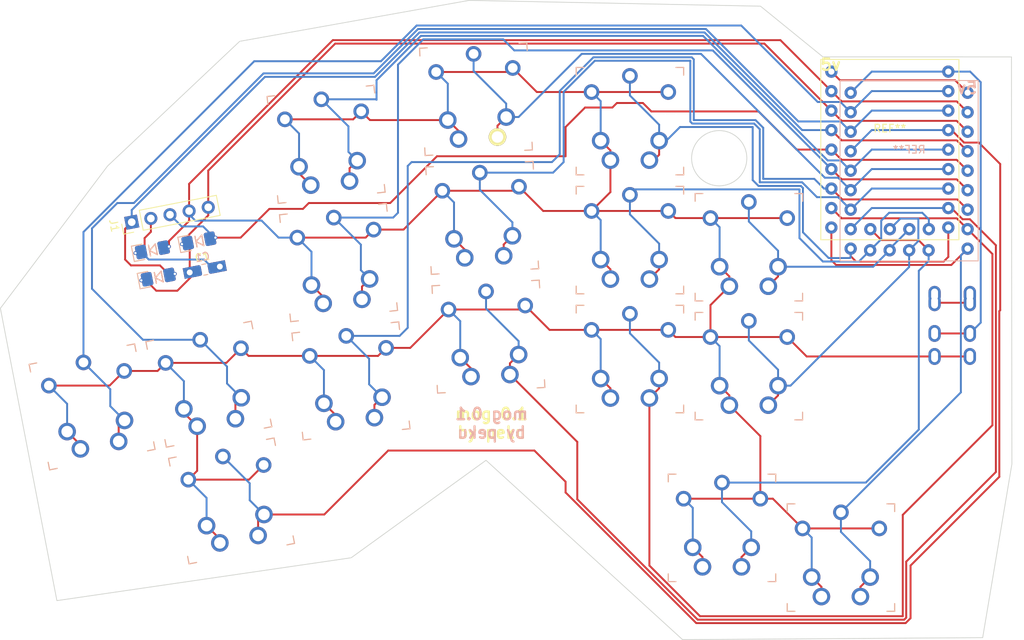
<source format=kicad_pcb>
(kicad_pcb (version 20211014) (generator pcbnew)
  (layers (0 "F.Cu" signal) (31 "B.Cu" signal) (34 "B.Paste" user) (35 "F.Paste" user) (36 "B.SilkS" user "B.Silkscreen") (37 "F.SilkS" user "F.Silkscreen") (38 "B.Mask" user) (39 "F.Mask" user) (44 "Edge.Cuts" user))
  (net 0 "")
  (net 1 "VCC")
  (net 2 "Net-(C1-Pad2)")
  (net 3 "TP_DATA")
  (net 4 "TP_CLK")
  (net 5 "GND")
  (net 6 "SW1")
  (net 7 "SW6")
  (net 8 "SW11")
  (net 9 "SW2")
  (net 10 "SW7")
  (net 11 "SW12")
  (net 12 "SW3")
  (net 13 "SW8")
  (net 14 "SW13")
  (net 15 "SW4")
  (net 16 "SW9")
  (net 17 "SW14")
  (net 18 "SW10")
  (net 19 "SW15")
  (net 20 "SW16")
  (net 21 "3V3")
  (net 22 "SERIAL")
  (net 23 "5V")
  (net 24 "SW5")
  (footprint "foot:C_THT_SMD_0805_HandSolder_Reversable" (layer "F.Cu") (at 95.471093 92.483065 11)
    (fp_text reference "C1")
    (fp_text value "2.2uF")
  )
  (footprint "foot:SW_MX_choc" (layer "F.Cu") (at 178.376 130.027 180)
    (fp_text reference "SW16" hide)
    (fp_text value "Choc")
  )
  (footprint "foot:D_1206_handsolder_reversible" (layer "F.Cu") (at 94.699447 88.751746 11)
    (fp_text reference "R1" hide)
    (fp_text value "4.7kΩ")
  )
  (footprint "foot:SW_MX_choc" (layer "F.Cu") (at 114.5223 106.999356 -174)
    (fp_text reference "SW6" hide)
    (fp_text value "Choc")
  )
  (footprint "foot:SW_MX_choc" (layer "F.Cu") (at 130.813772 70.273694 -177)
    (fp_text reference "SW7" hide)
    (fp_text value "Choc")
  )
  (footprint "foot:SW_MX_choc" (layer "F.Cu") (at 112.902109 91.584267 -174)
    (fp_text reference "SW5" hide)
    (fp_text value "Choc")
  )
  (footprint "foot:SW_MX_choc" (layer "F.Cu") (at 150.876 73.152 180)
    (fp_text reference "SW10" hide)
    (fp_text value "Choc")
  )
  (footprint "TRRS-PJ-320A-dual" (layer "F.Cu") (at 190.582493 107.0165 180)
    (fp_text reference "REF**")
    (fp_text value "TRRS-PJ-320A-dual")
  )
  (footprint "foot:SW_MX_choc" (layer "F.Cu") (at 96.002661 107.429558 -169)
    (fp_text reference "SW2" hide)
    (fp_text value "Choc")
  )
  (footprint "zero point:RP2040-Zero" (layer "F.Cu") (at 175.753 88.604)
    (fp_text reference "REF**")
    (fp_text value "RP2040-Zero")
  )
  (footprint "foot:SW_MX_choc" (layer "F.Cu") (at 98.960201 122.644779 -169)
    (fp_text reference "SW3" hide)
    (fp_text value "Choc")
  )
  (footprint "Connector_PinHeader_2.54mm:PinHeader_1x05_P2.54mm_Vertical" (layer "F.Cu") (at 85.950242 86.312356 101)
    (fp_text reference "J1")
    (fp_text value "TrackPoint")
  )
  (footprint "foot:SW_MX_choc" (layer "F.Cu") (at 150.876 88.652 180)
    (fp_text reference "SW11" hide)
    (fp_text value "Choc")
  )
  (footprint "foot:SW_MX_choc" (layer "F.Cu") (at 150.876 104.152 180)
    (fp_text reference "SW12" hide)
    (fp_text value "Choc")
  )
  (footprint "foot:D_1206_handsolder_reversible" (layer "F.Cu") (at 88.646 89.916 11)
    (fp_text reference "R3" hide)
    (fp_text value "100kΩ")
  )
  (footprint "foot:SW_MX_choc" (layer "F.Cu") (at 132.436186 101.23121 -177)
    (fp_text reference "SW9" hide)
    (fp_text value "Choc")
  )
  (footprint "foot:SW_MX_choc" (layer "F.Cu") (at 111.281918 76.169177 -174)
    (fp_text reference "SW4" hide)
    (fp_text value "Choc")
  )
  (footprint "foot:SW_MX_choc" (layer "F.Cu") (at 80.78744 110.387097 -169)
    (fp_text reference "SW1" hide)
    (fp_text value "Choc")
  )
  (footprint "foot:D_1206_handsolder_reversible" (layer "F.Cu") (at 89.408 93.472 11)
    (fp_text reference "R2" hide)
    (fp_text value "4.7kΩ")
  )
  (footprint "foot:SW_MX_choc" (layer "F.Cu") (at 166.376 105.082 180)
    (fp_text reference "SW14" hide)
    (fp_text value "Choc")
  )
  (footprint "foot:SW_MX_choc" (layer "F.Cu") (at 162.876 126.152 180)
    (fp_text reference "SW15" hide)
    (fp_text value "Choc")
  )
  (footprint "foot:SW_MX_choc" (layer "F.Cu") (at 166.376 89.582 180)
    (fp_text reference "SW13" hide)
    (fp_text value "Choc")
  )
  (footprint "foot:SW_MX_choc" (layer "F.Cu") (at 131.624979 85.752452 -177)
    (fp_text reference "SW8" hide)
    (fp_text value "Choc")
  )
  (footprint "zero point:RP2040-Zero" (layer "B.Cu") (at 196.265493 91.356 180)
    (fp_text reference "REF**")
    (fp_text value "RP2040-Zero")
  )
  (gr_circle (center 162.516 77.978) (end 166.116 77.978) (layer "Edge.Cuts") (width 0.1) (fill none))
  (gr_poly (pts (xy 68.834 97.536) (xy 76.2 135.636) (xy 114.554 130.048) (xy 132.123209 117.348148) (xy 157.734 140.716) (xy 196.85 140.462) (xy 200.655584 117.851942) (xy 200.601289 64.77136) (xy 176.022 64.77) (xy 167.894 58.166) (xy 129.913084 57.410079) (xy 100.021216 62.745136) (xy 82.804 78.994)) (layer "Edge.Cuts") (width 0.1) (fill none))
  (gr_text "mog 0.1\nby peku" (at 132.842 112.522) (layer "B.SilkS") (effects (font (size 1.5 1.5) (thickness 0.3)) (justify mirror)))
  (gr_text "5v" (at 194.818 68.834) (layer "B.SilkS") (effects (font (size 1.5 1.5) (thickness 0.3)) (justify mirror)))
  (gr_text "mog 0.1\nby peku" (at 132.842 112.522) (layer "F.SilkS") (effects (font (size 1.5 1.5) (thickness 0.3))))
  (gr_text "5v" (at 177.038 65.786) (layer "F.SilkS") (effects (font (size 1.5 1.5) (thickness 0.3))))
  (segment (start 95.923574 84.373737) (end 95.923574 79.590426) (width 0.25) (layer "F.Cu") (net 1))
  (segment (start 91.893569 95.25) (end 89.154 95.25) (width 0.25) (layer "F.Cu") (net 1))
  (segment (start 95.923574 84.373737) (end 95.923574 85.432426) (width 0.25) (layer "F.Cu") (net 1))
  (segment (start 94.464925 92.678644) (end 91.893569 95.25) (width 0.25) (layer "F.Cu") (net 1))
  (segment (start 193.470004 73.110511) (end 194.885493 74.526) (width 0.25) (layer "F.Cu") (net 1))
  (segment (start 168.400269 63.041269) (end 177.133 71.774) (width 0.25) (layer "F.Cu") (net 1))
  (segment (start 87.94783 94.04383) (end 87.94783 93.755828) (width 0.25) (layer "F.Cu") (net 1))
  (segment (start 95.923574 85.432426) (end 93.239277 88.116723) (width 0.25) (layer "F.Cu") (net 1))
  (segment (start 93.507839 89.304136) (end 93.239277 89.035574) (width 0.25) (layer "F.Cu") (net 1))
  (segment (start 177.133 71.774) (end 178.469511 73.110511) (width 0.25) (layer "F.Cu") (net 1))
  (segment (start 93.507839 92.864683) (end 93.507839 89.304136) (width 0.25) (layer "F.Cu") (net 1))
  (segment (start 93.239277 88.116723) (end 93.239277 89.035574) (width 0.25) (layer "F.Cu") (net 1))
  (segment (start 112.472731 63.041269) (end 168.400269 63.041269) (width 0.25) (layer "F.Cu") (net 1))
  (segment (start 95.923574 79.590426) (end 112.472731 63.041269) (width 0.25) (layer "F.Cu") (net 1))
  (segment (start 178.469511 73.110511) (end 193.470004 73.110511) (width 0.25) (layer "F.Cu") (net 1))
  (segment (start 89.154 95.25) (end 87.94783 94.04383) (width 0.25) (layer "F.Cu") (net 1))
  (segment (start 87.63 89.755658) (end 87.63 88.392) (width 0.25) (layer "F.Cu") (net 2))
  (segment (start 88.443575 87.578425) (end 88.443575 85.827701) (width 0.25) (layer "F.Cu") (net 2))
  (segment (start 87.18583 90.199828) (end 87.63 89.755658) (width 0.25) (layer "F.Cu") (net 2))
  (segment (start 87.63 88.392) (end 88.443575 87.578425) (width 0.25) (layer "F.Cu") (net 2))
  (segment (start 95.381637 91.186) (end 96.482169 92.286532) (width 0.25) (layer "B.Cu") (net 2))
  (segment (start 87.18583 90.199828) (end 88.172002 91.186) (width 0.25) (layer "B.Cu") (net 2))
  (segment (start 88.172002 91.186) (end 95.381637 91.186) (width 0.25) (layer "B.Cu") (net 2))
  (segment (start 90.86817 93.188172) (end 89.627998 91.948) (width 0.25) (layer "F.Cu") (net 3))
  (segment (start 177.133 74.314) (end 178.469511 75.650511) (width 0.25) (layer "F.Cu") (net 3))
  (segment (start 85.09 87.172598) (end 85.950242 86.312356) (width 0.25) (layer "F.Cu") (net 3))
  (segment (start 85.852 91.948) (end 85.09 91.186) (width 0.25) (layer "F.Cu") (net 3))
  (segment (start 85.09 91.186) (end 85.09 87.172598) (width 0.25) (layer "F.Cu") (net 3))
  (segment (start 89.627998 91.948) (end 85.852 91.948) (width 0.25) (layer "F.Cu") (net 3))
  (segment (start 193.470004 75.650511) (end 194.885493 77.066) (width 0.25) (layer "F.Cu") (net 3))
  (segment (start 178.469511 75.650511) (end 193.470004 75.650511) (width 0.25) (layer "F.Cu") (net 3))
  (segment (start 117.665141 67.373141) (end 103.314859 67.373141) (width 0.25) (layer "B.Cu") (net 3))
  (segment (start 85.950242 84.737758) (end 85.950242 86.312356) (width 0.25) (layer "B.Cu") (net 3))
  (segment (start 177.133 74.314) (end 173.324436 74.314) (width 0.25) (layer "B.Cu") (net 3))
  (segment (start 103.314859 67.373141) (end 85.950242 84.737758) (width 0.25) (layer "B.Cu") (net 3))
  (segment (start 160.595395 61.58496) (end 123.453323 61.58496) (width 0.25) (layer "B.Cu") (net 3))
  (segment (start 123.453323 61.58496) (end 117.665141 67.373141) (width 0.25) (layer "B.Cu") (net 3))
  (segment (start 173.324436 74.314) (end 160.595395 61.58496) (width 0.25) (layer "B.Cu") (net 3))
  (segment (start 145.034 71.374) (end 148.59 71.374) (width 0.25) (layer "F.Cu") (net 4))
  (segment (start 100.136034 88.331966) (end 103.886 84.582) (width 0.25) (layer "F.Cu") (net 4))
  (segment (start 96.859027 88.331966) (end 100.136034 88.331966) (width 0.25) (layer "F.Cu") (net 4))
  (segment (start 148.59 71.374) (end 149.180421 70.783579) (width 0.25) (layer "F.Cu") (net 4))
  (segment (start 193.470004 78.190511) (end 194.885493 79.606) (width 0.25) (layer "F.Cu") (net 4))
  (segment (start 149.180421 70.783579) (end 152.571579 70.783579) (width 0.25) (layer "F.Cu") (net 4))
  (segment (start 119.634 83.82) (end 125.73 77.724) (width 0.25) (layer "F.Cu") (net 4))
  (segment (start 153.67 71.882) (end 167.64 71.882) (width 0.25) (layer "F.Cu") (net 4))
  (segment (start 109.029063 83.82) (end 119.634 83.82) (width 0.25) (layer "F.Cu") (net 4))
  (segment (start 178.469511 78.190511) (end 193.470004 78.190511) (width 0.25) (layer "F.Cu") (net 4))
  (segment (start 172.612 76.854) (end 177.133 76.854) (width 0.25) (layer "F.Cu") (net 4))
  (segment (start 142.494 73.914) (end 145.034 71.374) (width 0.25) (layer "F.Cu") (net 4))
  (segment (start 142.494 77.724) (end 142.494 73.914) (width 0.25) (layer "F.Cu") (net 4))
  (segment (start 152.571579 70.783579) (end 153.67 71.882) (width 0.25) (layer "F.Cu") (net 4))
  (segment (start 177.133 76.854) (end 178.469511 78.190511) (width 0.25) (layer "F.Cu") (net 4))
  (segment (start 108.267063 84.582) (end 109.029063 83.82) (width 0.25) (layer "F.Cu") (net 4))
  (segment (start 103.886 84.582) (end 108.267063 84.582) (width 0.25) (layer "F.Cu") (net 4))
  (segment (start 125.73 77.724) (end 142.494 77.724) (width 0.25) (layer "F.Cu") (net 4))
  (segment (start 167.64 71.882) (end 172.612 76.854) (width 0.25) (layer "F.Cu") (net 4))
  (segment (start 95.25 86.868) (end 96.159617 87.777617) (width 0.25) (layer "B.Cu") (net 4))
  (segment (start 92.461862 86.868) (end 95.25 86.868) (width 0.25) (layer "B.Cu") (net 4))
  (segment (start 96.159617 87.777617) (end 96.159617 88.467918) (width 0.25) (layer "B.Cu") (net 4))
  (segment (start 90.936908 85.343046) (end 92.461862 86.868) (width 0.25) (layer "B.Cu") (net 4))
  (segment (start 110.998674 109.923695) (end 112.527219 111.45224) (width 0.25) (layer "F.Cu") (net 5))
  (segment (start 145.876 84.852) (end 155.876 84.852) (width 0.25) (layer "F.Cu") (net 5))
  (segment (start 173.376 126.227) (end 183.376 126.227) (width 0.25) (layer "F.Cu") (net 5))
  (segment (start 119.097701 102.69753) (end 122.24473 102.69753) (width 0.25) (layer "F.Cu") (net 5))
  (segment (start 148.336 92.462) (end 148.336 93.732) (width 0.25) (layer "F.Cu") (net 5))
  (segment (start 174.566 132.567) (end 175.836 133.837) (width 0.25) (layer "F.Cu") (net 5))
  (segment (start 127.141927 73.009613) (end 116.999581 73.009613) (width 0.25) (layer "F.Cu") (net 5))
  (segment (start 145.876 100.352) (end 140.407719 100.352) (width 0.25) (layer "F.Cu") (net 5))
  (segment (start 162.566 107.622) (end 163.836 108.892) (width 0.25) (layer "F.Cu") (net 5))
  (segment (start 148.336 107.962) (end 148.336 109.232) (width 0.25) (layer "F.Cu") (net 5))
  (segment (start 109.152482 103.742815) (end 118.052416 103.742815) (width 0.25) (layer "F.Cu") (net 5))
  (segment (start 127.244162 97.698098) (end 136.707097 97.698098) (width 0.25) (layer "F.Cu") (net 5))
  (segment (start 167.876 122.352) (end 167.876 114.202) (width 0.25) (layer "F.Cu") (net 5))
  (segment (start 98.277633 104.65342) (end 100.185723 102.74533) (width 0.25) (layer "F.Cu") (net 5))
  (segment (start 155.876 100.352) (end 145.876 100.352) (width 0.25) (layer "F.Cu") (net 5))
  (segment (start 110.907028 96.037151) (end 110.907028 96.901941) (width 0.25) (layer "F.Cu") (net 5))
  (segment (start 109.152482 103.742815) (end 101.183208 103.742815) (width 0.25) (layer "F.Cu") (net 5))
  (segment (start 127.141927 73.009613) (end 128.54312 74.410806) (width 0.25) (layer "F.Cu") (net 5))
  (segment (start 77.532095 113.607412) (end 79.263417 115.338734) (width 0.25) (layer "F.Cu") (net 5))
  (segment (start 163.836 93.392) (end 163.836 94.662) (width 0.25) (layer "F.Cu") (net 5))
  (segment (start 161.376 85.782) (end 171.376 85.782) (width 0.25) (layer "F.Cu") (net 5))
  (segment (start 128.764341 103.967129) (end 130.165534 105.368322) (width 0.25) (layer "F.Cu") (net 5))
  (segment (start 97.436178 127.596416) (end 97.436178 128.1161) (width 0.25) (layer "F.Cu") (net 5))
  (segment (start 112.160251 62.591749) (end 93.430241 81.321759) (width 0.25) (layer "F.Cu") (net 5))
  (segment (start 159.066 128.692) (end 160.336 129.962) (width 0.25) (layer "F.Cu") (net 5))
  (segment (start 93.430241 81.321759) (end 93.430241 84.858391) (width 0.25) (layer "F.Cu") (net 5))
  (segment (start 126.432955 82.21934) (end 135.89589 82.21934) (width 0.25) (layer "F.Cu") (net 5))
  (segment (start 94.478638 118.716994) (end 93.326991 119.868641) (width 0.25) (layer "F.Cu") (net 5))
  (segment (start 107.532291 88.327726) (end 116.432225 88.327726) (width 0.25) (layer "F.Cu") (net 5))
  (segment (start 173.9105 103.8165) (end 171.376 101.282) (width 0.25) (layer "F.Cu") (net 5))
  (segment (start 190.582493 103.8165) (end 195.182493 103.8165) (width 0.25) (layer "F.Cu") (net 5))
  (segment (start 193.470004 70.570511) (end 194.885493 71.986) (width 0.25) (layer "F.Cu") (net 5))
  (segment (start 148.336 76.962) (end 148.336 78.232) (width 0.25) (layer "F.Cu") (net 5))
  (segment (start 163.836 108.892) (end 163.836 110.162) (width 0.25) (layer "F.Cu") (net 5))
  (segment (start 147.066 75.692) (end 148.336 76.962) (width 0.25) (layer "F.Cu") (net 5))
  (segment (start 93.430241 86.064241) (end 93.430241 84.858391) (width 0.25) (layer "F.Cu") (net 5))
  (segment (start 148.336 78.232) (end 148.336 82.392) (width 0.25) (layer "F.Cu") (net 5))
  (segment (start 156.806 85.782) (end 155.876 84.852) (width 0.25) (layer "F.Cu") (net 5))
  (segment (start 128.54312 74.410806) (end 128.54312 75.479665) (width 0.25) (layer "F.Cu") (net 5))
  (segment (start 147.066 106.692) (end 148.336 107.962) (width 0.25) (layer "F.Cu") (net 5))
  (segment (start 84.970502 105.702869) (end 89.320002 105.702869) (width 0.25) (layer "F.Cu") (net 5))
  (segment (start 139.57527 84.852) (end 136.41925 81.69598) (width 0.25) (layer "F.Cu") (net 5))
  (segment (start 95.704856 125.865094) (end 97.436178 127.596416) (width 0.25) (layer "F.Cu") (net 5))
  (segment (start 90.80558 88.77242) (end 93.472 86.106) (width 0.25) (layer "F.Cu") (net 5))
  (segment (start 79.263417 115.338734) (end 79.263417 115.858418) (width 0.25) (layer "F.Cu") (net 5))
  (segment (start 167.876 114.202) (end 163.836 110.162) (width 0.25) (layer "F.Cu") (net 5))
  (segment (start 94.478638 112.900879) (end 92.747316 111.169557) (width 0.25) (layer "F.Cu") (net 5))
  (segment (start 161.376 85.782) (end 156.806 85.782) (width 0.25) (layer "F.Cu") (net 5))
  (segment (start 135.084683 66.740582) (end 135.608043 66.217222) (width 0.25) (layer "F.Cu") (net 5))
  (segment (start 156.806 101.282) (end 155.876 100.352) (width 0.25) (layer "F.Cu") (net 5))
  (segment (start 94.478638 112.900879) (end 94.478638 118.716994) (width 0.25) (layer "F.Cu") (net 5))
  (segment (start 109.286837 81.486851) (end 107.758292 79.958306) (width 0.25) (layer "F.Cu") (net 5))
  (segment (start 101.235173 119.868641) (end 103.143263 117.960551) (width 0.25) (layer "F.Cu") (net 5))
  (segment (start 170.490749 62.591749) (end 112.160251 62.591749) (width 0.25) (layer "F.Cu") (net 5))
  (segment (start 161.376 101.282) (end 161.376 97.122) (width 0.25) (layer "F.Cu") (net 5))
  (segment (start 107.758292 79.958306) (end 107.758292 79.093516) (width 0.25) (layer "F.Cu") (net 5))
  (segment (start 145.876 84.852) (end 139.57527 84.852) (width 0.25) (layer "F.Cu") (net 5))
  (segment (start 84.970502 105.702869) (end 83.062412 107.610959) (width 0.25) (layer "F.Cu") (net 5))
  (segment (start 129.354327 89.889564) (end 129.354327 90.958423) (width 0.25) (layer "F.Cu") (net 5))
  (segment (start 190.582493 103.8165) (end 173.9105 103.8165) (width 0.25) (layer "F.Cu") (net 5))
  (segment (start 145.876 69.352) (end 138.742821 69.352) (width 0.25) (layer "F.Cu") (net 5))
  (segment (start 140.407719 100.352) (end 137.230457 97.174738) (width 0.25) (layer "F.Cu") (net 5))
  (segment (start 93.472 86.106) (end 93.430241 86.064241) (width 0.25) (layer "F.Cu") (net 5))
  (segment (start 157.876 122.352) (end 167.876 122.352) (width 0.25) (layer "F.Cu") (net 5))
  (segment (start 114.812034 72.912636) (end 115.857319 71.867351) (width 0.25) (layer "F.Cu") (net 5))
  (segment (start 161.376 101.282) (end 171.376 101.282) (width 0.25) (layer "F.Cu") (net 5))
  (segment (start 135.89589 82.21934) (end 136.41925 81.69598) (width 0.25) (layer "F.Cu") (net 5))
  (segment (start 160.336 129.962) (end 160.336 131.232) (width 0.25) (layer "F.Cu") (net 5))
  (segment (start 117.47751 87.282441) (end 121.369854 87.282441) (width 0.25) (layer "F.Cu") (net 5))
  (segment (start 109.378483 94.508606) (end 110.907028 96.037151) (width 0.25) (layer "F.Cu") (net 5))
  (segment (start 175.836 133.837) (end 175.836 135.107) (width 0.25) (layer "F.Cu") (net 5))
  (segment (start 127.953134 88.488371) (end 129.354327 89.889564) (width 0.25) (layer "F.Cu") (net 5))
  (segment (start 125.621748 66.740582) (end 135.084683 66.740582) (width 0.25) (layer "F.Cu") (net 5))
  (segment (start 93.326991 119.868641) (end 101.235173 119.868641) (width 0.25) (layer "F.Cu") (net 5))
  (segment (start 136.707097 97.698098) (end 137.230457 97.174738) (width 0.25) (layer "F.Cu") (net 5))
  (segment (start 118.052416 103.742815) (end 119.097701 102.69753) (width 0.25) (layer "F.Cu") (net 5))
  (segment (start 130.165534 105.368322) (end 130.165534 106.437181) (width 0.25) (layer "F.Cu") (net 5))
  (segment (start 83.062412 107.610959) (end 75.15423 107.610959) (width 0.25) (layer "F.Cu") (net 5))
  (segment (start 112.527219 111.45224) (end 112.527219 112.31703) (width 0.25) (layer "F.Cu") (net 5))
  (segment (start 177.133 69.234) (end 170.490749 62.591749) (width 0.25) (layer "F.Cu") (net 5))
  (segment (start 90.369451 104.65342) (end 98.277633 104.65342) (width 0.25) (layer "F.Cu") (net 5))
  (segment (start 122.24473 102.69753) (end 127.244162 97.698098) (width 0.25) (layer "F.Cu") (net 5))
  (segment (start 162.566 92.122) (end 163.836 93.392) (width 0.25) (layer "F.Cu") (net 5))
  (segment (start 177.133 69.234) (end 178.469511 70.570511) (width 0.25) (layer "F.Cu") (net 5))
  (segment (start 121.369854 87.282441) (end 126.432955 82.21934) (width 0.25) (layer "F.Cu") (net 5))
  (segment (start 161.376 97.122) (end 163.836 94.662) (width 0.25) (layer "F.Cu") (net 5))
  (segment (start 116.999581 73.009613) (end 115.857319 71.867351) (width 0.25) (layer "F.Cu") (net 5))
  (segment (start 145.876 69.352) (end 155.876 69.352) (width 0.25) (layer "F.Cu") (net 5))
  (segment (start 161.376 101.282) (end 156.806 101.282) (width 0.25) (layer "F.Cu") (net 5))
  (segment (start 148.336 82.392) (end 145.876 84.852) (width 0.25) (layer "F.Cu") (net 5))
  (segment (start 167.876 122.352) (end 169.501 122.352) (width 0.25) (layer "F.Cu") (net 5))
  (segment (start 138.742821 69.352) (end 135.608043 66.217222) (width 0.25) (layer "F.Cu") (net 5))
  (segment (start 116.432225 88.327726) (end 117.47751 87.282441) (width 0.25) (layer "F.Cu") (net 5))
  (segment (start 147.066 91.192) (end 148.336 92.462) (width 0.25) (layer "F.Cu") (net 5))
  (segment (start 178.469511 70.570511) (end 193.470004 70.570511) (width 0.25) (layer "F.Cu") (net 5))
  (segment (start 92.747316 111.169557) (end 92.747316 110.649873) (width 0.25) (layer "F.Cu") (net 5))
  (segment (start 105.9121 72.912636) (end 114.812034 72.912636) (width 0.25) (layer "F.Cu") (net 5))
  (segment (start 90.80558 89.49622) (end 90.80558 88.77242) (width 0.25) (layer "F.Cu") (net 5))
  (segment (start 89.320002 105.702869) (end 90.369451 104.65342) (width 0.25) (layer "F.Cu") (net 5))
  (segment (start 101.183208 103.742815) (end 100.185723 102.74533) (width 0.25) (layer "F.Cu") (net 5))
  (segment (start 169.501 122.352) (end 173.376 126.227) (width 0.25) (layer "F.Cu") (net 5))
  (segment (start 110.998674 105.589007) (end 109.152482 103.742815) (width 0.25) (layer "B.Cu") (net 5))
  (segment (start 102.87 86.106) (end 105.091726 88.327726) (width 0.25) (layer "B.Cu") (net 5))
  (segment (start 159.066 128.692) (end 159.066 123.542) (width 0.25) (layer "B.Cu") (net 5))
  (segment (start 147.066 101.542) (end 145.876 100.352) (width 0.25) (layer "B.Cu") (net 5))
  (segment (start 107.758292 74.758828) (end 107.758292 79.093516) (width 0.25) (layer "B.Cu") (net 5))
  (segment (start 95.704856 125.865094) (end 95.704856 122.246506) (width 0.25) (layer "B.Cu") (net 5))
  (segment (start 92.747316 110.649873) (end 92.747316 107.031285) (width 0.25) (layer "B.Cu") (net 5))
  (segment (start 147.066 91.192) (end 147.066 86.042) (width 0.25) (layer "B.Cu") (net 5))
  (segment (start 147.066 106.692) (end 147.066 101.542) (width 0.25) (layer "B.Cu") (net 5))
  (segment (start 162.566 102.472) (end 161.376 101.282) (width 0.25) (layer "B.Cu") (net 5))
  (segment (start 110.998674 109.923695) (end 110.998674 105.589007) (width 0.25) (layer "B.Cu") (net 5))
  (segment (start 77.532095 109.988824) (end 75.15423 107.610959) (width 0.25) (layer "B.Cu") (net 5))
  (segment (start 127.141927 73.009613) (end 127.141927 68.260761) (width 0.25) (layer "B.Cu") (net 5))
  (segment (start 109.378483 94.508606) (end 109.378483 90.173918) (width 0.25) (layer "B.Cu") (net 5))
  (segment (start 105.9121 72.912636) (end 107.758292 74.758828) (width 0.25) (layer "B.Cu") (net 5))
  (segment (start 147.066 86.042) (end 145.876 84.852) (width 0.25) (layer "B.Cu") (net 5))
  (segment (start 94.234 86.106) (end 102.87 86.106) (width 0.25) (layer "B.Cu") (net 5))
  (segment (start 162.566 92.122) (end 162.566 86.972) (width 0.25) (layer "B.Cu") (net 5))
  (segment (start 127.953134 88.488371) (end 127.953134 83.739519) (width 0.25) (layer "B.Cu") (net 5))
  (segment (start 162.566 86.972) (end 161.376 85.782) (width 0.25) (layer "B.Cu") (net 5))
  (segment (start 159.066 123.542) (end 157.876 122.352) (width 0.25) (layer "B.Cu") (net 5))
  (segment (start 93.430241 85.302241) (end 94.234 86.106) (width 0.25) (layer "B.Cu") (net 5))
  (segment (start 147.066 70.542) (end 145.876 69.352) (width 0.25) (layer "B.Cu") (net 5))
  (segment (start 174.566 127.417) (end 173.376 126.227) (width 0.25) (layer "B.Cu") (net 5))
  (segment (start 109.378483 90.173918) (end 107.532291 88.327726) (width 0.25) (layer "B.Cu") (net 5))
  (segment (start 92.747316 107.031285) (end 90.369451 104.65342) (width 0.25) (layer "B.Cu") (net 5))
  (segment (start 128.764341 99.218277) (end 127.244162 97.698098) (width 0.25) (layer "B.Cu") (net 5))
  (segment (start 128.764341 103.967129) (end 128.764341 99.218277) (width 0.25) (layer "B.Cu") (net 5))
  (segment (start 95.704856 122.246506) (end 93.326991 119.868641) (width 0.25) (layer "B.Cu") (net 5))
  (segment (start 127.953134 83.739519) (end 126.432955 82.21934) (width 0.25) (layer "B.Cu") (net 5))
  (segment (start 127.141927 68.260761) (end 125.621748 66.740582) (width 0.25) (layer "B.Cu") (net 5))
  (segment (start 93.430241 84.858391) (end 93.430241 85.302241) (width 0.25) (layer "B.Cu") (net 5))
  (segment (start 77.532095 113.607412) (end 77.532095 109.988824) (width 0.25) (layer "B.Cu") (net 5))
  (segment (start 105.091726 88.327726) (end 107.532291 88.327726) (width 0.25) (layer "B.Cu") (net 5))
  (segment (start 147.066 75.692) (end 147.066 70.542) (width 0.25) (layer "B.Cu") (net 5))
  (segment (start 162.566 107.622) (end 162.566 102.472) (width 0.25) (layer "B.Cu") (net 5))
  (segment (start 174.566 132.567) (end 174.566 127.417) (width 0.25) (layer "B.Cu") (net 5))
  (segment (start 84.250083 114.889108) (end 84.250083 112.915459) (width 0.25) (layer "F.Cu") (net 6))
  (segment (start 84.250083 112.915459) (end 85.012094 112.153448) (width 0.25) (layer "F.Cu") (net 6))
  (segment (start 83.155861 108.089691) (end 83.155861 110.297215) (width 0.25) (layer "B.Cu") (net 6))
  (segment (start 182.397493 69.234) (end 179.645493 71.986) (width 0.25) (layer "B.Cu") (net 6))
  (segment (start 175.349767 70.649489) (end 178.308982 70.649489) (width 0.25) (layer "B.Cu") (net 6))
  (segment (start 79.661667 87.596616) (end 101.917861 65.340422) (width 0.25) (layer "B.Cu") (net 6))
  (segment (start 165.386198 60.68592) (end 175.349767 70.649489) (width 0.25) (layer "B.Cu") (net 6))
  (segment (start 101.917861 65.340422) (end 118.426426 65.340422) (width 0.25) (layer "B.Cu") (net 6))
  (segment (start 79.661667 104.595497) (end 79.661667 87.596616) (width 0.25) (layer "B.Cu") (net 6))
  (segment (start 192.373 69.234) (end 182.397493 69.234) (width 0.25) (layer "B.Cu") (net 6))
  (segment (start 178.308982 70.649489) (end 179.645493 71.986) (width 0.25) (layer "B.Cu") (net 6))
  (segment (start 118.426426 65.340422) (end 123.080929 60.68592) (width 0.25) (layer "B.Cu") (net 6))
  (segment (start 123.080929 60.68592) (end 165.386198 60.68592) (width 0.25) (layer "B.Cu") (net 6))
  (segment (start 79.661667 104.595497) (end 83.155861 108.089691) (width 0.25) (layer "B.Cu") (net 6))
  (segment (start 83.155861 110.297215) (end 85.012094 112.153448) (width 0.25) (layer "B.Cu") (net 6))
  (segment (start 177.133 81.934) (end 178.548489 83.349489) (width 0.25) (layer "F.Cu") (net 7))
  (segment (start 193.548982 83.349489) (end 194.885493 84.686) (width 0.25) (layer "F.Cu") (net 7))
  (segment (start 178.548489 83.349489) (end 193.548982 83.349489) (width 0.25) (layer "F.Cu") (net 7))
  (segment (start 117.57939 110.124729) (end 118.576931 109.127188) (width 0.25) (layer "F.Cu") (net 7))
  (segment (start 117.57939 111.786025) (end 117.57939 110.124729) (width 0.25) (layer "F.Cu") (net 7))
  (segment (start 168.251139 74.015705) (end 167.250394 73.01496) (width 0.25) (layer "B.Cu") (net 7))
  (segment (start 121.92 78.994) (end 121.92 100.076) (width 0.25) (layer "B.Cu") (net 7))
  (segment (start 122.428 78.486) (end 121.92 78.994) (width 0.25) (layer "B.Cu") (net 7))
  (segment (start 177.133 81.934) (end 176.169434 81.934) (width 0.25) (layer "B.Cu") (net 7))
  (segment (start 141.732 77.47) (end 140.716 78.486) (width 0.25) (layer "B.Cu") (net 7))
  (segment (start 159.19952 65.091803) (end 158.936197 64.82848) (width 0.25) (layer "B.Cu") (net 7))
  (segment (start 146.117803 64.82848) (end 141.732 69.214283) (width 0.25) (layer "B.Cu") (net 7))
  (segment (start 167.250394 73.01496) (end 159.19952 73.01496) (width 0.25) (layer "B.Cu") (net 7))
  (segment (start 140.716 78.486) (end 122.428 78.486) (width 0.25) (layer "B.Cu") (net 7))
  (segment (start 158.936197 64.82848) (end 146.117803 64.82848) (width 0.25) (layer "B.Cu") (net 7))
  (segment (start 159.19952 73.01496) (end 159.19952 65.091803) (width 0.25) (layer "B.Cu") (net 7))
  (segment (start 120.864323 101.131677) (end 113.905582 101.131677) (width 0.25) (layer "B.Cu") (net 7))
  (segment (start 116.890721 104.116816) (end 116.890721 107.440978) (width 0.25) (layer "B.Cu") (net 7))
  (segment (start 121.92 100.076) (end 120.864323 101.131677) (width 0.25) (layer "B.Cu") (net 7))
  (segment (start 141.732 69.214283) (end 141.732 77.47) (width 0.25) (layer "B.Cu") (net 7))
  (segment (start 168.251139 80.668861) (end 168.251139 74.015705) (width 0.25) (layer "B.Cu") (net 7))
  (segment (start 113.905582 101.131677) (end 116.890721 104.116816) (width 0.25) (layer "B.Cu") (net 7))
  (segment (start 116.890721 107.440978) (end 118.576931 109.127188) (width 0.25) (layer "B.Cu") (net 7))
  (segment (start 176.169434 81.934) (end 174.904295 80.668861) (width 0.25) (layer "B.Cu") (net 7))
  (segment (start 174.904295 80.668861) (end 168.251139 80.668861) (width 0.25) (layer "B.Cu") (net 7))
  (segment (start 154.686 92.462) (end 154.686 91.192) (width 0.25) (layer "F.Cu") (net 8))
  (segment (start 153.416 93.732) (end 154.686 92.462) (width 0.25) (layer "F.Cu") (net 8))
  (segment (start 154.686 91.192) (end 154.686 89.112546) (width 0.25) (layer "B.Cu") (net 8))
  (segment (start 172.974 82.042) (end 151.586 82.042) (width 0.25) (layer "B.Cu") (net 8))
  (segment (start 184.658 85.09) (end 183.628489 86.119511) (width 0.25) (layer "B.Cu") (net 8))
  (segment (start 154.686 89.112546) (end 150.876 85.302546) (width 0.25) (layer "B.Cu") (net 8))
  (segment (start 183.628489 86.119511) (end 183.628489 88.533004) (width 0.25) (layer "B.Cu") (net 8))
  (segment (start 180.721493 91.44) (end 176.022 91.44) (width 0.25) (layer "B.Cu") (net 8))
  (segment (start 183.628489 88.533004) (end 182.185493 89.976) (width 0.25) (layer "B.Cu") (net 8))
  (segment (start 172.974 88.392) (end 172.974 82.042) (width 0.25) (layer "B.Cu") (net 8))
  (segment (start 176.022 91.44) (end 172.974 88.392) (width 0.25) (layer "B.Cu") (net 8))
  (segment (start 150.876 85.302546) (end 150.876 82.752) (width 0.25) (layer "B.Cu") (net 8))
  (segment (start 188.976 85.09) (end 184.658 85.09) (width 0.25) (layer "B.Cu") (net 8))
  (segment (start 189.833 87.224) (end 189.833 85.947) (width 0.25) (layer "B.Cu") (net 8))
  (segment (start 151.586 82.042) (end 150.876 82.752) (width 0.25) (layer "B.Cu") (net 8))
  (segment (start 182.185493 89.976) (end 180.721493 91.44) (width 0.25) (layer "B.Cu") (net 8))
  (segment (start 189.833 85.947) (end 188.976 85.09) (width 0.25) (layer "B.Cu") (net 8))
  (segment (start 99.465304 111.931569) (end 99.465304 109.95792) (width 0.25) (layer "F.Cu") (net 9))
  (segment (start 99.465304 109.95792) (end 100.227315 109.195909) (width 0.25) (layer "F.Cu") (net 9))
  (segment (start 86.232282 83.82) (end 84.074 83.82) (width 0.25) (layer "B.Cu") (net 9))
  (segment (start 98.371082 105.132152) (end 98.371082 107.339676) (width 0.25) (layer "B.Cu") (net 9))
  (segment (start 80.772 87.122) (end 80.772 94.996) (width 0.25) (layer "B.Cu") (net 9))
  (segment (start 87.413958 101.637958) (end 94.876888 101.637958) (width 0.25) (layer "B.Cu") (net 9))
  (segment (start 103.128661 66.923621) (end 86.232282 83.82) (width 0.25) (layer "B.Cu") (net 9))
  (segment (start 123.267126 61.13544) (end 117.478943 66.923621) (width 0.25) (layer "B.Cu") (net 9))
  (segment (start 178.308982 73.189489) (end 172.835643 73.189489) (width 0.25) (layer "B.Cu") (net 9))
  (segment (start 179.645493 74.526) (end 178.308982 73.189489) (width 0.25) (layer "B.Cu") (net 9))
  (segment (start 182.397493 71.774) (end 192.373 71.774) (width 0.25) (layer "B.Cu") (net 9))
  (segment (start 98.371082 107.339676) (end 100.227315 109.195909) (width 0.25) (layer "B.Cu") (net 9))
  (segment (start 84.074 83.82) (end 80.772 87.122) (width 0.25) (layer "B.Cu") (net 9))
  (segment (start 160.781592 61.13544) (end 123.267126 61.13544) (width 0.25) (layer "B.Cu") (net 9))
  (segment (start 80.772 94.996) (end 87.413958 101.637958) (width 0.25) (layer "B.Cu") (net 9))
  (segment (start 172.835643 73.189489) (end 160.781592 61.13544) (width 0.25) (layer "B.Cu") (net 9))
  (segment (start 94.876888 101.637958) (end 98.371082 105.132152) (width 0.25) (layer "B.Cu") (net 9))
  (segment (start 117.478943 66.923621) (end 103.128661 66.923621) (width 0.25) (layer "B.Cu") (net 9))
  (segment (start 179.645493 74.526) (end 182.397493 71.774) (width 0.25) (layer "B.Cu") (net 9))
  (segment (start 133.616158 75.213799) (end 133.616158 73.746139) (width 0.25) (layer "F.Cu") (net 10))
  (segment (start 133.616158 73.746139) (end 134.751484 72.610813) (width 0.25) (layer "F.Cu") (net 10))
  (segment (start 178.018004 80.518511) (end 176.276511 80.518511) (width 0.25) (layer "B.Cu") (net 10))
  (segment (start 192.373 79.394) (end 182.397493 79.394) (width 0.25) (layer "B.Cu") (net 10))
  (segment (start 134.751484 72.610813) (end 134.751484 70.861952) (width 0.25) (layer "B.Cu") (net 10))
  (segment (start 134.751484 70.861952) (end 130.50499 66.615458) (width 0.25) (layer "B.Cu") (net 10))
  (segment (start 160.13696 64.37896) (end 144.599783 64.37896) (width 0.25) (layer "B.Cu") (net 10))
  (segment (start 130.50499 66.615458) (end 130.50499 64.38178) (width 0.25) (layer "B.Cu") (net 10))
  (segment (start 176.276511 80.518511) (end 160.13696 64.37896) (width 0.25) (layer "B.Cu") (net 10))
  (segment (start 144.599783 64.37896) (end 136.36793 72.610813) (width 0.25) (layer "B.Cu") (net 10))
  (segment (start 182.397493 79.394) (end 179.645493 82.146) (width 0.25) (layer "B.Cu") (net 10))
  (segment (start 179.645493 82.146) (end 178.018004 80.518511) (width 0.25) (layer "B.Cu") (net 10))
  (segment (start 136.36793 72.610813) (end 134.751484 72.610813) (width 0.25) (layer "B.Cu") (net 10))
  (segment (start 178.469511 85.810511) (end 193.470004 85.810511) (width 0.25) (layer "F.Cu") (net 11))
  (segment (start 198.12 90.460507) (end 198.12 112.776) (width 0.25) (layer "F.Cu") (net 11))
  (segment (start 186.436 137.668) (end 160.02 137.668) (width 0.25) (layer "F.Cu") (net 11))
  (segment (start 153.416 131.064) (end 153.416 109.232) (width 0.25) (layer "F.Cu") (net 11))
  (segment (start 154.686 107.962) (end 154.686 106.692) (width 0.25) (layer "F.Cu") (net 11))
  (segment (start 177.133 84.474) (end 178.469511 85.810511) (width 0.25) (layer "F.Cu") (net 11))
  (segment (start 198.12 112.776) (end 186.436 124.46) (width 0.25) (layer "F.Cu") (net 11))
  (segment (start 186.436 124.46) (end 186.436 137.668) (width 0.25) (layer "F.Cu") (net 11))
  (segment (start 153.416 109.232) (end 154.686 107.962) (width 0.25) (layer "F.Cu") (net 11))
  (segment (start 194.885493 87.226) (end 198.12 90.460507) (width 0.25) (layer "F.Cu") (net 11))
  (segment (start 160.02 137.668) (end 153.416 131.064) (width 0.25) (layer "F.Cu") (net 11))
  (segment (start 193.470004 85.810511) (end 194.885493 87.226) (width 0.25) (layer "F.Cu") (net 11))
  (segment (start 150.876 100.802546) (end 150.876 98.252) (width 0.25) (layer "B.Cu") (net 11))
  (segment (start 154.686 106.692) (end 154.686 104.612546) (width 0.25) (layer "B.Cu") (net 11))
  (segment (start 154.686 104.612546) (end 150.876 100.802546) (width 0.25) (layer "B.Cu") (net 11))
  (segment (start 196.337489 75.941489) (end 199.136 78.74) (width 0.25) (layer "F.Cu") (net 12))
  (segment (start 199.01904 97.90696) (end 199.01904 119.49696) (width 0.25) (layer "F.Cu") (net 12))
  (segment (start 192.792215 74.314) (end 194.419704 75.941489) (width 0.25) (layer "F.Cu") (net 12))
  (segment (start 142.494 121.539717) (end 142.494 120.142) (width 0.25) (layer "F.Cu") (net 12))
  (segment (start 159.521323 138.56704) (end 142.494 121.539717) (width 0.25) (layer "F.Cu") (net 12))
  (segment (start 192.373 74.314) (end 192.792215 74.314) (width 0.25) (layer "F.Cu") (net 12))
  (segment (start 119.38 116.078) (end 111.04687 124.41113) (width 0.25) (layer "F.Cu") (net 12))
  (segment (start 199.136 78.74) (end 199.136 97.79) (width 0.25) (layer "F.Cu") (net 12))
  (segment (start 142.494 120.142) (end 138.43 116.078) (width 0.25) (layer "F.Cu") (net 12))
  (segment (start 102.422844 127.14679) (end 102.422844 125.173141) (width 0.25) (layer "F.Cu") (net 12))
  (segment (start 186.808394 138.56704) (end 159.521323 138.56704) (width 0.25) (layer "F.Cu") (net 12))
  (segment (start 187.452 137.923434) (end 186.808394 138.56704) (width 0.25) (layer "F.Cu") (net 12))
  (segment (start 194.419704 75.941489) (end 196.337489 75.941489) (width 0.25) (layer "F.Cu") (net 12))
  (segment (start 187.452 131.064) (end 187.452 137.923434) (width 0.25) (layer "F.Cu") (net 12))
  (segment (start 199.136 97.79) (end 199.01904 97.90696) (width 0.25) (layer "F.Cu") (net 12))
  (segment (start 199.01904 119.49696) (end 187.452 131.064) (width 0.25) (layer "F.Cu") (net 12))
  (segment (start 111.04687 124.41113) (end 103.184855 124.41113) (width 0.25) (layer "F.Cu") (net 12))
  (segment (start 138.43 116.078) (end 119.38 116.078) (width 0.25) (layer "F.Cu") (net 12))
  (segment (start 102.422844 125.173141) (end 103.184855 124.41113) (width 0.25) (layer "F.Cu") (net 12))
  (segment (start 192.373 74.314) (end 182.397493 74.314) (width 0.25) (layer "B.Cu") (net 12))
  (segment (start 101.328622 122.554897) (end 103.184855 124.41113) (width 0.25) (layer "B.Cu") (net 12))
  (segment (start 101.328622 120.347373) (end 101.328622 122.554897) (width 0.25) (layer "B.Cu") (net 12))
  (segment (start 97.834428 116.853179) (end 101.328622 120.347373) (width 0.25) (layer "B.Cu") (net 12))
  (segment (start 182.397493 74.314) (end 179.645493 77.066) (width 0.25) (layer "B.Cu") (net 12))
  (segment (start 134.427365 90.692557) (end 134.427365 89.224897) (width 0.25) (layer "F.Cu") (net 13))
  (segment (start 134.427365 89.224897) (end 135.562691 88.089571) (width 0.25) (layer "F.Cu") (net 13))
  (segment (start 158.75 73.21048) (end 158.75 65.278) (width 0.25) (layer "B.Cu") (net 13))
  (segment (start 142.24 78.486) (end 140.865462 79.860538) (width 0.25) (layer "B.Cu") (net 13))
  (segment (start 142.24 69.342) (end 142.24 78.486) (width 0.25) (layer "B.Cu") (net 13))
  (segment (start 135.562691 86.34071) (end 131.316197 82.094216) (width 0.25) (layer "B.Cu") (net 13))
  (segment (start 146.304 65.278) (end 142.24 69.342) (width 0.25) (layer "B.Cu") (net 13))
  (segment (start 192.373 81.934) (end 182.397493 81.934) (width 0.25) (layer "B.Cu") (net 13))
  (segment (start 158.75 65.278) (end 146.304 65.278) (width 0.25) (layer "B.Cu") (net 13))
  (segment (start 140.865462 79.860538) (end 131.316197 79.860538) (width 0.25) (layer "B.Cu") (net 13))
  (segment (start 167.064197 73.46448) (end 159.004 73.46448) (width 0.25) (layer "B.Cu") (net 13))
  (segment (start 179.645493 84.686) (end 178.018004 83.058511) (width 0.25) (layer "B.Cu") (net 13))
  (segment (start 167.801619 81.118381) (end 167.801619 74.201902) (width 0.25) (layer "B.Cu") (net 13))
  (segment (start 135.562691 88.089571) (end 135.562691 86.34071) (width 0.25) (layer "B.Cu") (net 13))
  (segment (start 182.397493 81.934) (end 179.645493 84.686) (width 0.25) (layer "B.Cu") (net 13))
  (segment (start 178.018004 83.058511) (end 175.261945 83.058511) (width 0.25) (layer "B.Cu") (net 13))
  (segment (start 167.801619 74.201902) (end 167.064197 73.46448) (width 0.25) (layer "B.Cu") (net 13))
  (segment (start 175.261945 83.058511) (end 173.321815 81.118381) (width 0.25) (layer "B.Cu") (net 13))
  (segment (start 173.321815 81.118381) (end 167.801619 81.118381) (width 0.25) (layer "B.Cu") (net 13))
  (segment (start 131.316197 82.094216) (end 131.316197 79.860538) (width 0.25) (layer "B.Cu") (net 13))
  (segment (start 159.004 73.46448) (end 158.75 73.21048) (width 0.25) (layer "B.Cu") (net 13))
  (segment (start 168.916 94.662) (end 170.186 93.392) (width 0.25) (layer "F.Cu") (net 14))
  (segment (start 170.186 93.392) (end 170.186 92.122) (width 0.25) (layer "F.Cu") (net 14))
  (segment (start 182.579493 92.122) (end 184.725493 89.976) (width 0.25) (layer "B.Cu") (net 14))
  (segment (start 184.725493 89.791507) (end 184.725493 89.976) (width 0.25) (layer "B.Cu") (net 14))
  (segment (start 187.293 87.224) (end 184.725493 89.791507) (width 0.25) (layer "B.Cu") (net 14))
  (segment (start 166.376 86.232546) (end 166.376 83.682) (width 0.25) (layer "B.Cu") (net 14))
  (segment (start 170.186 92.122) (end 170.186 90.042546) (width 0.25) (layer "B.Cu") (net 14))
  (segment (start 170.186 90.042546) (end 166.376 86.232546) (width 0.25) (layer "B.Cu") (net 14))
  (segment (start 170.186 92.122) (end 182.579493 92.122) (width 0.25) (layer "B.Cu") (net 14))
  (segment (start 114.339008 79.29455) (end 115.336549 78.297009) (width 0.25) (layer "F.Cu") (net 15))
  (segment (start 114.339008 80.955846) (end 114.339008 79.29455) (width 0.25) (layer "F.Cu") (net 15))
  (segment (start 178.308982 78.269489) (end 176.644207 78.269489) (width 0.25) (layer "B.Cu") (net 15))
  (segment (start 117.856 67.818) (end 117.856 70.358) (width 0.25) (layer "B.Cu") (net 15))
  (segment (start 176.644207 78.269489) (end 160.409198 62.03448) (width 0.25) (layer "B.Cu") (net 15))
  (segment (start 114.193549 73.829847) (end 110.6652 70.301498) (width 0.25) (layer "B.Cu") (net 15))
  (segment (start 114.193549 77.154009) (end 114.193549 73.829847) (width 0.25) (layer "B.Cu") (net 15))
  (segment (start 192.373 76.854) (end 182.397493 76.854) (width 0.25) (layer "B.Cu") (net 15))
  (segment (start 117.799498 70.301498) (end 110.6652 70.301498) (width 0.25) (layer "B.Cu") (net 15))
  (segment (start 123.63952 62.03448) (end 117.856 67.818) (width 0.25) (layer "B.Cu") (net 15))
  (segment (start 117.856 70.358) (end 117.799498 70.301498) (width 0.25) (layer "B.Cu") (net 15))
  (segment (start 179.645493 79.606) (end 178.308982 78.269489) (width 0.25) (layer "B.Cu") (net 15))
  (segment (start 115.336549 78.297009) (end 114.193549 77.154009) (width 0.25) (layer "B.Cu") (net 15))
  (segment (start 160.409198 62.03448) (end 123.63952 62.03448) (width 0.25) (layer "B.Cu") (net 15))
  (segment (start 182.397493 76.854) (end 179.645493 79.606) (width 0.25) (layer "B.Cu") (net 15))
  (segment (start 159.70752 138.11752) (end 144.018 122.428) (width 0.25) (layer "F.Cu") (net 16))
  (segment (start 192.373 84.474) (end 192.769211 84.474) (width 0.25) (layer "F.Cu") (net 16))
  (segment (start 186.622197 138.11752) (end 159.70752 138.11752) (width 0.25) (layer "F.Cu") (net 16))
  (segment (start 195.183187 85.933394) (end 198.56952 89.319727) (width 0.25) (layer "F.Cu") (net 16))
  (segment (start 144.018 122.428) (end 144.018 114.950743) (width 0.25) (layer "F.Cu") (net 16))
  (segment (start 198.56952 89.319727) (end 198.56952 118.872) (width 0.25) (layer "F.Cu") (net 16))
  (segment (start 186.88552 137.854197) (end 186.622197 138.11752) (width 0.25) (layer "F.Cu") (net 16))
  (segment (start 192.769211 84.474) (end 194.228604 85.933394) (width 0.25) (layer "F.Cu") (net 16))
  (segment (start 144.018 114.950743) (end 135.238572 106.171315) (width 0.25) (layer "F.Cu") (net 16))
  (segment (start 135.238572 106.171315) (end 135.238572 104.703655) (width 0.25) (layer "F.Cu") (net 16))
  (segment (start 135.238572 104.703655) (end 136.373898 103.568329) (width 0.25) (layer "F.Cu") (net 16))
  (segment (start 186.88552 130.556) (end 186.88552 137.854197) (width 0.25) (layer "F.Cu") (net 16))
  (segment (start 198.56952 118.872) (end 186.88552 130.556) (width 0.25) (layer "F.Cu") (net 16))
  (segment (start 194.228604 85.933394) (end 195.183187 85.933394) (width 0.25) (layer "F.Cu") (net 16))
  (segment (start 192.373 84.474) (end 182.397493 84.474) (width 0.25) (layer "B.Cu") (net 16))
  (segment (start 136.373898 101.819468) (end 132.127404 97.572974) (width 0.25) (layer "B.Cu") (net 16))
  (segment (start 182.397493 84.474) (end 179.645493 87.226) (width 0.25) (layer "B.Cu") (net 16))
  (segment (start 136.373898 103.568329) (end 136.373898 101.819468) (width 0.25) (layer "B.Cu") (net 16))
  (segment (start 132.127404 97.572974) (end 132.127404 95.339296) (width 0.25) (layer "B.Cu") (net 16))
  (segment (start 170.186 108.892) (end 170.186 107.622) (width 0.25) (layer "F.Cu") (net 17))
  (segment (start 168.916 110.162) (end 170.186 108.892) (width 0.25) (layer "F.Cu") (net 17))
  (segment (start 184.753 87.224) (end 186.125 85.852) (width 0.25) (layer "B.Cu") (net 17))
  (segment (start 166.376 101.732546) (end 166.376 99.182) (width 0.25) (layer "B.Cu") (net 17))
  (segment (start 170.186 105.542546) (end 166.376 101.732546) (width 0.25) (layer "B.Cu") (net 17))
  (segment (start 170.186 107.622) (end 170.186 105.542546) (width 0.25) (layer "B.Cu") (net 17))
  (segment (start 171.802446 107.622) (end 187.265493 92.158953) (width 0.25) (layer "B.Cu") (net 17))
  (segment (start 170.186 107.622) (end 171.802446 107.622) (width 0.25) (layer "B.Cu") (net 17))
  (segment (start 187.265493 92.158953) (end 187.265493 89.976) (width 0.25) (layer "B.Cu") (net 17))
  (segment (start 186.125 85.852) (end 188.468 85.852) (width 0.25) (layer "B.Cu") (net 17))
  (segment (start 188.468 88.773493) (end 187.265493 89.976) (width 0.25) (layer "B.Cu") (net 17))
  (segment (start 188.468 85.852) (end 188.468 88.773493) (width 0.25) (layer "B.Cu") (net 17))
  (segment (start 180.34 91.44) (end 191.77 91.44) (width 0.25) (layer "F.Cu") (net 18))
  (segment (start 153.416 78.232) (end 153.985886 78.232) (width 0.25) (layer "F.Cu") (net 18))
  (segment (start 192.373 90.837) (end 192.373 87.014) (width 0.25) (layer "F.Cu") (net 18))
  (segment (start 153.985886 78.232) (end 154.686 77.531886) (width 0.25) (layer "F.Cu") (net 18))
  (segment (start 154.686 77.531886) (end 154.686 75.692) (width 0.25) (layer "F.Cu") (net 18))
  (segment (start 191.77 91.44) (end 192.373 90.837) (width 0.25) (layer "F.Cu") (net 18))
  (segment (start 179.645493 90.745493) (end 180.34 91.44) (width 0.25) (layer "F.Cu") (net 18))
  (segment (start 179.645493 89.766) (end 179.645493 90.745493) (width 0.25) (layer "F.Cu") (net 18))
  (segment (start 179.552383 90.99048) (end 176.784 90.99048) (width 0.25) (layer "B.Cu") (net 18))
  (segment (start 173.160197 81.59248) (end 167.64 81.59248) (width 0.25) (layer "B.Cu") (net 18))
  (segment (start 166.878 73.914) (end 157.403577 73.914) (width 0.25) (layer "B.Cu") (net 18))
  (segment (start 167.64 81.59248) (end 166.878 80.83048) (width 0.25) (layer "B.Cu") (net 18))
  (segment (start 150.876 69.802546) (end 150.876 67.252) (width 0.25) (layer "B.Cu") (net 18))
  (segment (start 157.403577 73.914) (end 155.625577 75.692) (width 0.25) (layer "B.Cu") (net 18))
  (segment (start 179.645493 90.89737) (end 179.552383 90.99048) (width 0.25) (layer "B.Cu") (net 18))
  (segment (start 173.42352 87.63) (end 173.42352 81.855803) (width 0.25) (layer "B.Cu") (net 18))
  (segment (start 173.42352 81.855803) (end 173.160197 81.59248) (width 0.25) (layer "B.Cu") (net 18))
  (segment (start 154.686 75.692) (end 154.686 73.612546) (width 0.25) (layer "B.Cu") (net 18))
  (segment (start 166.878 80.83048) (end 166.878 73.914) (width 0.25) (layer "B.Cu") (net 18))
  (segment (start 179.645493 89.766) (end 179.645493 90.89737) (width 0.25) (layer "B.Cu") (net 18))
  (segment (start 154.686 73.612546) (end 150.876 69.802546) (width 0.25) (layer "B.Cu") (net 18))
  (segment (start 176.784 90.99048) (end 173.42352 87.63) (width 0.25) (layer "B.Cu") (net 18))
  (segment (start 155.625577 75.692) (end 154.686 75.692) (width 0.25) (layer "B.Cu") (net 18))
  (segment (start 188.475493 88.646) (end 183.635 88.646) (width 0.25) (layer "F.Cu") (net 19))
  (segment (start 165.416 129.962) (end 165.416 131.232) (width 0.25) (layer "F.Cu") (net 19))
  (segment (start 166.686 128.692) (end 165.416 129.962) (width 0.25) (layer "F.Cu") (net 19))
  (segment (start 189.805493 89.976) (end 188.475493 88.646) (width 0.25) (layer "F.Cu") (net 19))
  (segment (start 183.635 88.646) (end 182.213 87.224) (width 0.25) (layer "F.Cu") (net 19))
  (segment (start 166.686 126.612546) (end 162.876 122.802546) (width 0.25) (layer "B.Cu") (net 19))
  (segment (start 162.876 120.252) (end 181.615282 120.252) (width 0.25) (layer "B.Cu") (net 19))
  (segment (start 188.525641 92.652359) (end 189.805493 91.372507) (width 0.25) (layer "B.Cu") (net 19))
  (segment (start 166.686 128.692) (end 166.686 126.612546) (width 0.25) (layer "B.Cu") (net 19))
  (segment (start 181.615282 120.252) (end 188.525641 113.341641) (width 0.25) (layer "B.Cu") (net 19))
  (segment (start 189.805493 91.372507) (end 189.805493 89.976) (width 0.25) (layer "B.Cu") (net 19))
  (segment (start 188.525641 113.341641) (end 188.525641 92.652359) (width 0.25) (layer "B.Cu") (net 19))
  (segment (start 162.876 122.802546) (end 162.876 120.252) (width 0.25) (layer "B.Cu") (net 19))
  (segment (start 177.74152 91.88952) (end 192.761973 91.88952) (width 0.25) (layer "F.Cu") (net 20))
  (segment (start 192.761973 91.88952) (end 194.885493 89.766) (width 0.25) (layer "F.Cu") (net 20))
  (segment (start 177.133 91.281) (end 177.74152 91.88952) (width 0.25) (layer "F.Cu") (net 20))
  (segment (start 182.186 132.567) (end 180.916 133.837) (width 0.25) (layer "F.Cu") (net 20))
  (segment (start 177.133 87.014) (end 177.133 91.281) (width 0.25) (layer "F.Cu") (net 20))
  (segment (start 180.916 133.837) (end 180.916 135.107) (width 0.25) (layer "F.Cu") (net 20))
  (segment (start 182.186 130.487546) (end 178.376 126.677546) (width 0.25) (layer "B.Cu") (net 20))
  (segment (start 182.186 132.567) (end 182.186 130.487546) (width 0.25) (layer "B.Cu") (net 20))
  (segment (start 194.007014 90.644479) (end 194.007014 108.495986) (width 0.25) (layer "B.Cu") (net 20))
  (segment (start 194.007014 108.495986) (end 178.376 124.127) (width 0.25) (layer "B.Cu") (net 20))
  (segment (start 178.376 126.677546) (end 178.376 124.127) (width 0.25) (layer "B.Cu") (net 20))
  (segment (start 194.885493 89.766) (end 194.007014 90.644479) (width 0.25) (layer "B.Cu") (net 20))
  (segment (start 190.582493 96.8165) (end 195.182493 96.8165) (width 0.25) (layer "F.Cu") (net 21))
  (segment (start 190.582493 100.8165) (end 195.182493 100.8165) (width 0.25) (layer "F.Cu") (net 22))
  (segment (start 195.8555 100.8165) (end 195.182493 100.8165) (width 0.25) (layer "F.Cu") (net 22))
  (segment (start 196.596 68.072) (end 195.218 66.694) (width 0.25) (layer "B.Cu") (net 22))
  (segment (start 192.373 66.694) (end 182.397493 66.694) (width 0.25) (layer "B.Cu") (net 22))
  (segment (start 195.218 66.694) (end 192.373 66.694) (width 0.25) (layer "B.Cu") (net 22))
  (segment (start 182.397493 66.694) (end 179.645493 69.446) (width 0.25) (layer "B.Cu") (net 22))
  (segment (start 195.182493 100.8165) (end 196.596 99.402993) (width 0.25) (layer "B.Cu") (net 22))
  (segment (start 196.596 99.402993) (end 196.596 68.072) (width 0.25) (layer "B.Cu") (net 22))
  (segment (start 177.133 66.694) (end 178.257511 67.818511) (width 0.25) (layer "F.Cu") (net 23))
  (segment (start 193.258004 67.818511) (end 194.885493 69.446) (width 0.25) (layer "F.Cu") (net 23))
  (segment (start 178.257511 67.818511) (end 193.258004 67.818511) (width 0.25) (layer "F.Cu") (net 23))
  (segment (start 115.959199 94.70964) (end 116.95674 93.712099) (width 0.25) (layer "F.Cu") (net 24))
  (segment (start 193.470004 80.730511) (end 194.885493 82.146) (width 0.25) (layer "F.Cu") (net 24))
  (segment (start 177.133 79.394) (end 178.469511 80.730511) (width 0.25) (layer "F.Cu") (net 24))
  (segment (start 115.959199 96.370936) (end 115.959199 94.70964) (width 0.25) (layer "F.Cu") (net 24))
  (segment (start 178.469511 80.730511) (end 193.470004 80.730511) (width 0.25) (layer "F.Cu") (net 24))
  (segment (start 177.133 79.394) (end 161.66844 63.92944) (width 0.25) (layer "B.Cu") (net 24))
  (segment (start 134.366 62.484) (end 123.952 62.484) (width 0.25) (layer "B.Cu") (net 24))
  (segment (start 135.81144 63.92944) (end 134.366 62.484) (width 0.25) (layer "B.Cu") (net 24))
  (segment (start 120.023412 85.716588) (end 112.285391 85.716588) (width 0.25) (layer "B.Cu") (net 24))
  (segment (start 120.65 85.09) (end 120.023412 85.716588) (width 0.25) (layer "B.Cu") (net 24))
  (segment (start 115.81374 92.569099) (end 115.81374 89.244937) (width 0.25) (layer "B.Cu") (net 24))
  (segment (start 115.81374 89.244937) (end 112.285391 85.716588) (width 0.25) (layer "B.Cu") (net 24))
  (segment (start 116.95674 93.712099) (end 115.81374 92.569099) (width 0.25) (layer "B.Cu") (net 24))
  (segment (start 123.952 62.484) (end 120.65 65.786) (width 0.25) (layer "B.Cu") (net 24))
  (segment (start 120.65 65.786) (end 120.65 85.09) (width 0.25) (layer "B.Cu") (net 24))
  (segment (start 161.66844 63.92944) (end 135.81144 63.92944) (width 0.25) (layer "B.Cu") (net 24))
)
</source>
